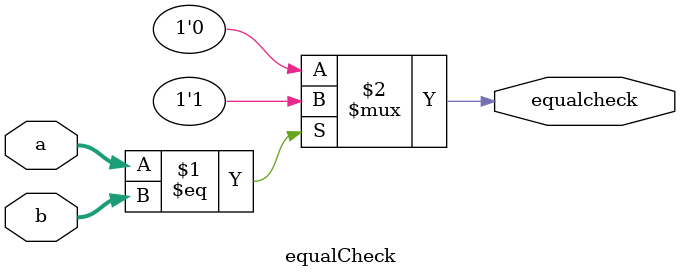
<source format=v>
module equalCheck(
    input [31:0] a,b,
    output equalcheck);
    assign equalcheck = a==b ? 1'b1:1'b0;
    endmodule

</source>
